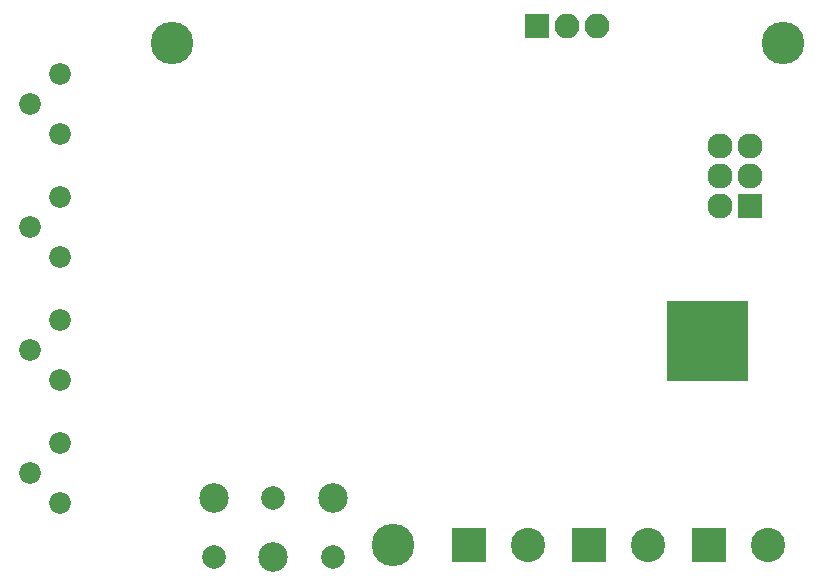
<source format=gbs>
G04 #@! TF.FileFunction,Soldermask,Bot*
%FSLAX46Y46*%
G04 Gerber Fmt 4.6, Leading zero omitted, Abs format (unit mm)*
G04 Created by KiCad (PCBNEW 4.0.7-e2-6376~61~ubuntu18.04.1) date Sun Nov  3 15:20:16 2019*
%MOMM*%
%LPD*%
G01*
G04 APERTURE LIST*
%ADD10C,0.100000*%
%ADD11C,2.500000*%
%ADD12C,2.000000*%
%ADD13C,1.840000*%
%ADD14R,2.900000X2.900000*%
%ADD15C,2.900000*%
%ADD16R,2.127200X2.127200*%
%ADD17O,2.127200X2.127200*%
%ADD18C,3.600000*%
%ADD19R,1.720800X1.720800*%
%ADD20R,1.847800X1.720800*%
%ADD21R,2.100000X2.100000*%
%ADD22O,2.100000X2.100000*%
G04 APERTURE END LIST*
D10*
D11*
X28114000Y-41770000D03*
X18114000Y-41770000D03*
X23114000Y-46770000D03*
D12*
X18114000Y-46770000D03*
X28114000Y-46770000D03*
X23114000Y-41770000D03*
D13*
X5080000Y-37084000D03*
X2540000Y-39624000D03*
X5080000Y-42164000D03*
X5080000Y-26670000D03*
X2540000Y-29210000D03*
X5080000Y-31750000D03*
X5080000Y-16256000D03*
X2540000Y-18796000D03*
X5080000Y-21336000D03*
X5080000Y-5842000D03*
X2540000Y-8382000D03*
X5080000Y-10922000D03*
D14*
X39704000Y-45720000D03*
D15*
X44704000Y-45720000D03*
D14*
X49864000Y-45720000D03*
D15*
X54864000Y-45720000D03*
D14*
X60024000Y-45720000D03*
D15*
X65024000Y-45720000D03*
D16*
X63500000Y-17018000D03*
D17*
X60960000Y-17018000D03*
X63500000Y-14478000D03*
X60960000Y-14478000D03*
X63500000Y-11938000D03*
X60960000Y-11938000D03*
D18*
X66250000Y-3250000D03*
D19*
X58674000Y-30988000D03*
X62484000Y-30988000D03*
X61214000Y-30988000D03*
X59944000Y-30988000D03*
D20*
X57404000Y-30988000D03*
D19*
X62484000Y-29718000D03*
X62484000Y-28448000D03*
X62484000Y-27178000D03*
X62484000Y-25908000D03*
X61214000Y-29718000D03*
X59944000Y-29718000D03*
X58674000Y-29718000D03*
D20*
X57404000Y-29718000D03*
D19*
X61214000Y-28448000D03*
X59944000Y-28448000D03*
X58674000Y-28448000D03*
D20*
X57404000Y-28448000D03*
D19*
X61214000Y-27178000D03*
X59944000Y-27178000D03*
X58674000Y-27178000D03*
D20*
X57404000Y-27178000D03*
D19*
X61214000Y-25908000D03*
X59944000Y-25908000D03*
X58674000Y-25908000D03*
D20*
X57404000Y-25908000D03*
D18*
X33250000Y-45750000D03*
X14500000Y-3250000D03*
D21*
X45466000Y-1778000D03*
D22*
X48006000Y-1778000D03*
X50546000Y-1778000D03*
M02*

</source>
